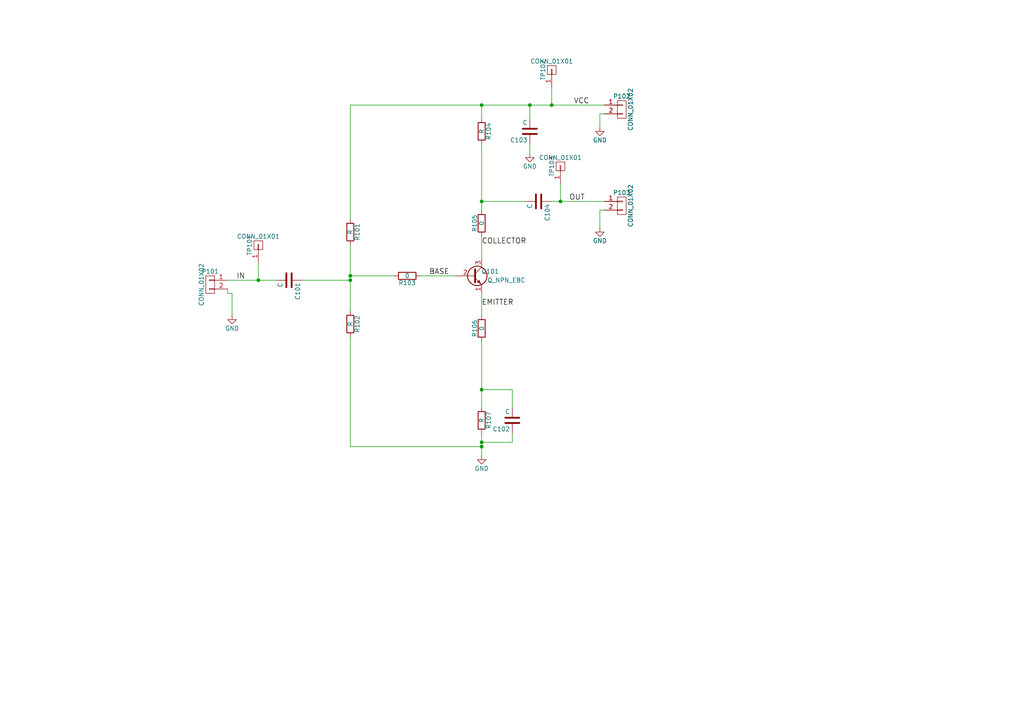
<source format=kicad_sch>
(kicad_sch (version 20230121) (generator eeschema)
  (paper "A4")
  (lib_symbols
    (symbol "LoudMouth-rescue:C" (pin_numbers hide) (pin_names (offset 0.254))
      (property "Reference" "C" (at 0.635 2.54 0))
      (property "Value" "C" (at 0.635 -2.54 0))
      (symbol "C_0_1"
        (polyline (pts (xy -2.032 -0.762) (xy 2.032 -0.762)) (stroke (width 0.508)))
        (polyline (pts (xy -2.032 0.762) (xy 2.032 0.762)) (stroke (width 0.508)))
      )
      (symbol "C_1_1"
        (pin passive line (at 0 3.81 270) (length 2.794) (name "~") (number "1"))
        (pin passive line (at 0 -3.81 90) (length 2.794) (name "~") (number "2"))
      )
    )
    (symbol "LoudMouth-rescue:CONN_01X01" (pin_names (offset 1.016) hide)
      (property "Reference" "P" (at 0 2.54 0))
      (property "Value" "CONN_01X01" (at 2.54 0 90))
      (symbol "CONN_01X01_0_1"
        (rectangle (start -1.27 0.127) (end 0.254 -0.127))
        (rectangle (start -1.27 1.27) (end 1.27 -1.27))
      )
      (symbol "CONN_01X01_1_1"
        (pin passive line (at -5.08 0 0) (length 3.81) (name "P1") (number "1"))
      )
    )
    (symbol "LoudMouth-rescue:CONN_01X02" (pin_names (offset 1.016) hide)
      (property "Reference" "P" (at 0 3.81 0))
      (property "Value" "CONN_01X02" (at 2.54 0 90))
      (symbol "CONN_01X02_0_1"
        (rectangle (start -1.27 -1.143) (end 0.254 -1.397))
        (rectangle (start -1.27 1.397) (end 0.254 1.143))
        (rectangle (start -1.27 2.54) (end 1.27 -2.54))
      )
      (symbol "CONN_01X02_1_1"
        (pin passive line (at -5.08 1.27 0) (length 3.81) (name "P1") (number "1"))
        (pin passive line (at -5.08 -1.27 0) (length 3.81) (name "P2") (number "2"))
      )
    )
    (symbol "LoudMouth-rescue:GND" (power) (pin_names (offset 0))
      (property "Value" "GND" (at 0 -3.81 0))
      (symbol "GND_0_1"
        (polyline (pts (xy 0 0) (xy 0 -1.27) (xy 1.27 -1.27) (xy 0 -2.54) (xy -1.27 -1.27) (xy 0 -1.27)))
      )
      (symbol "GND_1_1"
        (pin power_in line (at 0 0 270) (length 0) hide (name "GND") (number "1"))
      )
    )
    (symbol "LoudMouth-rescue:Q_NPN_EBC" (pin_names (offset 0) hide)
      (property "Reference" "Q" (at 7.62 1.27 0))
      (property "Value" "Q_NPN_EBC" (at 15.24 -1.27 0))
      (symbol "Q_NPN_EBC_0_1"
        (polyline (pts (xy 0.635 0.635) (xy 2.54 2.54)))
        (polyline (pts (xy 0.635 -0.635) (xy 2.54 -2.54) (xy 2.54 -2.54)))
        (polyline (pts (xy 0.635 1.905) (xy 0.635 -1.905) (xy 0.635 -1.905)) (stroke (width 0.508)))
        (polyline (pts (xy 1.27 -1.778) (xy 1.778 -1.27) (xy 2.286 -2.286) (xy 1.27 -1.778) (xy 1.27 -1.778)) (fill (type outline)))
        (circle (center 1.27 0) (radius 2.8194) (stroke (width 0.254)))
      )
      (symbol "Q_NPN_EBC_1_1"
        (pin open_emitter line (at 2.54 -5.08 90) (length 2.54) (name "E") (number "1"))
        (pin input line (at -5.08 0 0) (length 5.715) (name "B") (number "2"))
        (pin open_collector line (at 2.54 5.08 270) (length 2.54) (name "C") (number "3"))
      )
    )
    (symbol "LoudMouth-rescue:R" (pin_numbers hide) (pin_names (offset 0))
      (property "Reference" "R" (at 2.032 0 90))
      (property "Value" "R" (at 0 0 90))
      (symbol "R_0_1"
        (rectangle (start -1.016 -2.54) (end 1.016 2.54) (stroke (width 0.254)))
      )
      (symbol "R_1_1"
        (pin passive line (at 0 3.81 270) (length 1.27) (name "~") (number "1"))
        (pin passive line (at 0 -3.81 90) (length 1.27) (name "~") (number "2"))
      )
    )
  )
  (junction (at 160.02 30.48))
  (junction (at 139.7 113.03))
  (junction (at 139.7 30.48))
  (junction (at 153.67 30.48))
  (junction (at 139.7 129.54))
  (junction (at 74.93 81.28))
  (junction (at 162.56 58.42))
  (junction (at 139.7 58.42))
  (junction (at 139.7 128.27))
  (junction (at 101.6 81.28))
  (junction (at 101.6 80.01))
  (wire (pts (xy 153.67 41.91) (xy 153.67 44.45)))
  (wire (pts (xy 101.6 30.48) (xy 101.6 63.5)))
  (wire (pts (xy 139.7 113.03) (xy 139.7 118.11)))
  (wire (pts (xy 175.26 33.02) (xy 173.99 33.02)))
  (wire (pts (xy 101.6 129.54) (xy 139.7 129.54)))
  (wire (pts (xy 139.7 68.58) (xy 139.7 74.93)))
  (wire (pts (xy 162.56 58.42) (xy 175.26 58.42)))
  (wire (pts (xy 148.59 128.27) (xy 139.7 128.27)))
  (wire (pts (xy 173.99 33.02) (xy 173.99 36.83)))
  (wire (pts (xy 160.02 58.42) (xy 162.56 58.42)))
  (wire (pts (xy 66.04 81.28) (xy 74.93 81.28)))
  (wire (pts (xy 101.6 81.28) (xy 101.6 90.17)))
  (wire (pts (xy 66.04 85.09) (xy 66.04 83.82)))
  (wire (pts (xy 101.6 97.79) (xy 101.6 129.54)))
  (wire (pts (xy 175.26 60.96) (xy 173.99 60.96)))
  (wire (pts (xy 139.7 125.73) (xy 139.7 128.27)))
  (wire (pts (xy 160.02 25.4) (xy 160.02 30.48)))
  (wire (pts (xy 173.99 60.96) (xy 173.99 66.04)))
  (wire (pts (xy 162.56 53.34) (xy 162.56 58.42)))
  (wire (pts (xy 148.59 118.11) (xy 148.59 113.03)))
  (wire (pts (xy 148.59 125.73) (xy 148.59 128.27)))
  (wire (pts (xy 139.7 58.42) (xy 139.7 60.96)))
  (wire (pts (xy 152.4 58.42) (xy 139.7 58.42)))
  (wire (pts (xy 74.93 81.28) (xy 80.01 81.28)))
  (wire (pts (xy 114.3 80.01) (xy 101.6 80.01)))
  (wire (pts (xy 160.02 30.48) (xy 175.26 30.48)))
  (wire (pts (xy 101.6 71.12) (xy 101.6 80.01)))
  (wire (pts (xy 139.7 99.06) (xy 139.7 113.03)))
  (wire (pts (xy 67.31 85.09) (xy 66.04 85.09)))
  (wire (pts (xy 139.7 129.54) (xy 139.7 132.08)))
  (wire (pts (xy 139.7 30.48) (xy 153.67 30.48)))
  (wire (pts (xy 153.67 30.48) (xy 160.02 30.48)))
  (wire (pts (xy 139.7 30.48) (xy 139.7 34.29)))
  (wire (pts (xy 101.6 81.28) (xy 87.63 81.28)))
  (wire (pts (xy 153.67 34.29) (xy 153.67 30.48)))
  (wire (pts (xy 74.93 76.2) (xy 74.93 81.28)))
  (wire (pts (xy 139.7 128.27) (xy 139.7 129.54)))
  (wire (pts (xy 139.7 41.91) (xy 139.7 58.42)))
  (wire (pts (xy 67.31 91.44) (xy 67.31 85.09)))
  (wire (pts (xy 132.08 80.01) (xy 121.92 80.01)))
  (wire (pts (xy 148.59 113.03) (xy 139.7 113.03)))
  (wire (pts (xy 139.7 85.09) (xy 139.7 91.44)))
  (wire (pts (xy 101.6 30.48) (xy 139.7 30.48)))
  (wire (pts (xy 101.6 80.01) (xy 101.6 81.28)))
  (label "OUT" (at 165.1 58.42 0) (effects (font (size 1.524 1.524))))
  (label "COLLECTOR" (at 139.7 71.12 0) (effects (font (size 1.524 1.524))))
  (label "VCC" (at 166.37 30.48 0) (effects (font (size 1.524 1.524))))
  (label "BASE" (at 124.46 80.01 0) (effects (font (size 1.524 1.524))))
  (label "IN" (at 68.58 81.28 0) (effects (font (size 1.524 1.524))))
  (label "EMITTER" (at 139.7 88.9 0) (effects (font (size 1.524 1.524))))
  (symbol (lib_id "LoudMouth-rescue:R") (at 101.6 67.31 0) (unit 1)
    (property "Reference" "R101" (at 103.632 67.31 90))
    (property "Value" "R" (at 101.6 67.31 90))
    (property "Footprint" "Resistors_SMD:R_0805_HandSoldering" (effects hide))
  )
  (symbol (lib_id "LoudMouth-rescue:R") (at 101.6 93.98 0) (unit 1)
    (property "Reference" "R102" (at 103.632 93.98 90))
    (property "Value" "R" (at 101.6 93.98 90))
    (property "Footprint" "Resistors_SMD:R_0805_HandSoldering" (effects hide))
  )
  (symbol (lib_id "LoudMouth-rescue:R") (at 139.7 38.1 0) (unit 1)
    (property "Reference" "R104" (at 141.732 38.1 90))
    (property "Value" "R" (at 139.7 38.1 90))
    (property "Footprint" "Resistors_SMD:R_0805_HandSoldering" (effects hide))
  )
  (symbol (lib_id "LoudMouth-rescue:R") (at 139.7 121.92 0) (unit 1)
    (property "Reference" "R107" (at 141.732 121.92 90))
    (property "Value" "R" (at 139.7 121.92 90))
    (property "Footprint" "Resistors_SMD:R_0805_HandSoldering" (effects hide))
  )
  (symbol (lib_id "LoudMouth-rescue:C") (at 83.82 81.28 270) (unit 1)
    (property "Reference" "C101" (at 86.36 81.915 0) (effects (justify left)))
    (property "Value" "C" (at 81.28 81.915 0) (effects (justify left)))
    (property "Footprint" "Capacitors_SMD:C_1210_HandSoldering" (effects hide))
  )
  (symbol (lib_id "LoudMouth-rescue:C") (at 156.21 58.42 270) (unit 1)
    (property "Reference" "C104" (at 158.75 59.055 0) (effects (justify left)))
    (property "Value" "C" (at 153.67 59.055 0) (effects (justify left)))
    (property "Footprint" "Capacitors_SMD:C_1210_HandSoldering" (effects hide))
  )
  (symbol (lib_id "LoudMouth-rescue:C") (at 153.67 38.1 180) (unit 1)
    (property "Reference" "C103" (at 153.035 40.64 0) (effects (justify left)))
    (property "Value" "C" (at 153.035 35.56 0) (effects (justify left)))
    (property "Footprint" "Capacitors_SMD:C_1210_HandSoldering" (effects hide))
  )
  (symbol (lib_id "LoudMouth-rescue:C") (at 148.59 121.92 180) (unit 1)
    (property "Reference" "C102" (at 147.955 124.46 0) (effects (justify left)))
    (property "Value" "C" (at 147.955 119.38 0) (effects (justify left)))
    (property "Footprint" "Capacitors_SMD:C_1210_HandSoldering" (effects hide))
  )
  (symbol (lib_id "LoudMouth-rescue:R") (at 118.11 80.01 270) (unit 1)
    (property "Reference" "R103" (at 118.11 82.042 90))
    (property "Value" "0" (at 118.11 80.01 90))
    (property "Footprint" "Resistors_SMD:R_0805_HandSoldering" (effects hide))
  )
  (symbol (lib_id "LoudMouth-rescue:R") (at 139.7 95.25 180) (unit 1)
    (property "Reference" "R106" (at 137.668 95.25 90))
    (property "Value" "0" (at 139.7 95.25 90))
    (property "Footprint" "Resistors_SMD:R_0805_HandSoldering" (effects hide))
  )
  (symbol (lib_id "LoudMouth-rescue:R") (at 139.7 64.77 180) (unit 1)
    (property "Reference" "R105" (at 137.668 64.77 90))
    (property "Value" "0" (at 139.7 64.77 90))
    (property "Footprint" "Resistors_SMD:R_0805_HandSoldering" (effects hide))
  )
  (symbol (lib_id "LoudMouth-rescue:CONN_01X02") (at 60.96 82.55 0) (mirror y) (unit 1)
    (property "Reference" "P101" (at 60.96 78.74 0))
    (property "Value" "CONN_01X02" (at 58.42 82.55 90))
    (property "Footprint" "Pin_Headers:Pin_Header_Straight_1x02" (effects hide))
  )
  (symbol (lib_id "LoudMouth-rescue:GND") (at 67.31 91.44 0) (unit 1)
    (property "Reference" "#PWR101" (effects hide))
    (property "Value" "GND" (at 67.31 95.25 0))
  )
  (symbol (lib_id "LoudMouth-rescue:CONN_01X02") (at 180.34 31.75 0) (unit 1)
    (property "Reference" "P102" (at 180.34 27.94 0))
    (property "Value" "CONN_01X02" (at 182.88 31.75 90))
    (property "Footprint" "Pin_Headers:Pin_Header_Straight_1x02" (effects hide))
  )
  (symbol (lib_id "LoudMouth-rescue:CONN_01X02") (at 180.34 59.69 0) (unit 1)
    (property "Reference" "P103" (at 180.34 55.88 0))
    (property "Value" "CONN_01X02" (at 182.88 59.69 90))
    (property "Footprint" "Pin_Headers:Pin_Header_Straight_1x02" (effects hide))
  )
  (symbol (lib_id "LoudMouth-rescue:GND") (at 139.7 132.08 0) (unit 1)
    (property "Reference" "#PWR102" (effects hide))
    (property "Value" "GND" (at 139.7 135.89 0))
  )
  (symbol (lib_id "LoudMouth-rescue:GND") (at 173.99 66.04 0) (unit 1)
    (property "Reference" "#PWR105" (effects hide))
    (property "Value" "GND" (at 173.99 69.85 0))
  )
  (symbol (lib_id "LoudMouth-rescue:GND") (at 173.99 36.83 0) (unit 1)
    (property "Reference" "#PWR104" (effects hide))
    (property "Value" "GND" (at 173.99 40.64 0))
  )
  (symbol (lib_id "LoudMouth-rescue:GND") (at 153.67 44.45 0) (unit 1)
    (property "Reference" "#PWR103" (effects hide))
    (property "Value" "GND" (at 153.67 48.26 0))
  )
  (symbol (lib_id "LoudMouth-rescue:CONN_01X01") (at 74.93 71.12 90) (unit 1)
    (property "Reference" "TP101" (at 72.39 71.12 0))
    (property "Value" "CONN_01X01" (at 74.93 68.58 90))
    (property "Footprint" "Measurement_Points:Measurement_Point_Round-SMD-Pad_Big" (effects hide))
  )
  (symbol (lib_id "LoudMouth-rescue:CONN_01X01") (at 160.02 20.32 90) (unit 1)
    (property "Reference" "TP102" (at 157.48 20.32 0))
    (property "Value" "CONN_01X01" (at 160.02 17.78 90))
    (property "Footprint" "Measurement_Points:Measurement_Point_Round-SMD-Pad_Big" (effects hide))
  )
  (symbol (lib_id "LoudMouth-rescue:CONN_01X01") (at 162.56 48.26 90) (unit 1)
    (property "Reference" "TP103" (at 160.02 48.26 0))
    (property "Value" "CONN_01X01" (at 162.56 45.72 90))
    (property "Footprint" "Measurement_Points:Measurement_Point_Round-SMD-Pad_Big" (effects hide))
  )
  (symbol (lib_id "LoudMouth-rescue:Q_NPN_EBC") (at 137.16 80.01 0) (unit 1)
    (property "Reference" "Q101" (at 144.78 78.74 0) (effects (justify right)))
    (property "Value" "Q_NPN_EBC" (at 152.4 81.28 0) (effects (justify right)))
    (property "Footprint" "Housings_TO-92:TO-92_Molded_Narrow" (effects hide))
  )
)
</source>
